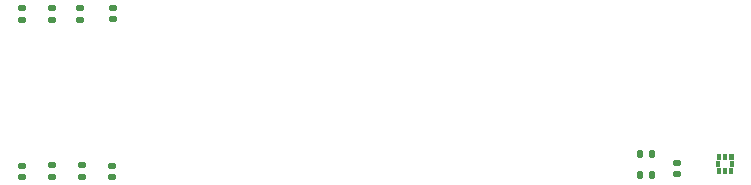
<source format=gbr>
%TF.GenerationSoftware,KiCad,Pcbnew,8.0.1*%
%TF.CreationDate,2024-06-02T23:47:43+02:00*%
%TF.ProjectId,Shawn_PCB_Business_card,53686177-6e5f-4504-9342-5f427573696e,rev?*%
%TF.SameCoordinates,Original*%
%TF.FileFunction,Paste,Top*%
%TF.FilePolarity,Positive*%
%FSLAX46Y46*%
G04 Gerber Fmt 4.6, Leading zero omitted, Abs format (unit mm)*
G04 Created by KiCad (PCBNEW 8.0.1) date 2024-06-02 23:47:43*
%MOMM*%
%LPD*%
G01*
G04 APERTURE LIST*
G04 Aperture macros list*
%AMRoundRect*
0 Rectangle with rounded corners*
0 $1 Rounding radius*
0 $2 $3 $4 $5 $6 $7 $8 $9 X,Y pos of 4 corners*
0 Add a 4 corners polygon primitive as box body*
4,1,4,$2,$3,$4,$5,$6,$7,$8,$9,$2,$3,0*
0 Add four circle primitives for the rounded corners*
1,1,$1+$1,$2,$3*
1,1,$1+$1,$4,$5*
1,1,$1+$1,$6,$7*
1,1,$1+$1,$8,$9*
0 Add four rect primitives between the rounded corners*
20,1,$1+$1,$2,$3,$4,$5,0*
20,1,$1+$1,$4,$5,$6,$7,0*
20,1,$1+$1,$6,$7,$8,$9,0*
20,1,$1+$1,$8,$9,$2,$3,0*%
G04 Aperture macros list end*
%ADD10C,0.010000*%
%ADD11RoundRect,0.147500X-0.172500X0.147500X-0.172500X-0.147500X0.172500X-0.147500X0.172500X0.147500X0*%
%ADD12RoundRect,0.147500X0.172500X-0.147500X0.172500X0.147500X-0.172500X0.147500X-0.172500X-0.147500X0*%
%ADD13RoundRect,0.135000X0.185000X-0.135000X0.185000X0.135000X-0.185000X0.135000X-0.185000X-0.135000X0*%
%ADD14RoundRect,0.140000X0.170000X-0.140000X0.170000X0.140000X-0.170000X0.140000X-0.170000X-0.140000X0*%
%ADD15RoundRect,0.135000X-0.185000X0.135000X-0.185000X-0.135000X0.185000X-0.135000X0.185000X0.135000X0*%
%ADD16RoundRect,0.135000X-0.135000X-0.185000X0.135000X-0.185000X0.135000X0.185000X-0.135000X0.185000X0*%
%ADD17RoundRect,0.135000X0.135000X0.185000X-0.135000X0.185000X-0.135000X-0.185000X0.135000X-0.185000X0*%
G04 APERTURE END LIST*
D10*
%TO.C,U1*%
X176344800Y-94213355D02*
X176124800Y-94213355D01*
X176124800Y-93813355D01*
X176344800Y-93813355D01*
X176344800Y-94213355D01*
G36*
X176344800Y-94213355D02*
G01*
X176124800Y-94213355D01*
X176124800Y-93813355D01*
X176344800Y-93813355D01*
X176344800Y-94213355D01*
G37*
X176444800Y-93613355D02*
X176224800Y-93613355D01*
X176224800Y-93213355D01*
X176444800Y-93213355D01*
X176444800Y-93613355D01*
G36*
X176444800Y-93613355D02*
G01*
X176224800Y-93613355D01*
X176224800Y-93213355D01*
X176444800Y-93213355D01*
X176444800Y-93613355D01*
G37*
X176444800Y-94813355D02*
X176224800Y-94813355D01*
X176224800Y-94413355D01*
X176444800Y-94413355D01*
X176444800Y-94813355D01*
G36*
X176444800Y-94813355D02*
G01*
X176224800Y-94813355D01*
X176224800Y-94413355D01*
X176444800Y-94413355D01*
X176444800Y-94813355D01*
G37*
X176944800Y-93613355D02*
X176724800Y-93613355D01*
X176724800Y-93213355D01*
X176944800Y-93213355D01*
X176944800Y-93613355D01*
G36*
X176944800Y-93613355D02*
G01*
X176724800Y-93613355D01*
X176724800Y-93213355D01*
X176944800Y-93213355D01*
X176944800Y-93613355D01*
G37*
X176944800Y-94813355D02*
X176724800Y-94813355D01*
X176724800Y-94413355D01*
X176944800Y-94413355D01*
X176944800Y-94813355D01*
G36*
X176944800Y-94813355D02*
G01*
X176724800Y-94813355D01*
X176724800Y-94413355D01*
X176944800Y-94413355D01*
X176944800Y-94813355D01*
G37*
X177444800Y-94813355D02*
X177224800Y-94813355D01*
X177224800Y-94413355D01*
X177444800Y-94413355D01*
X177444800Y-94813355D01*
G36*
X177444800Y-94813355D02*
G01*
X177224800Y-94813355D01*
X177224800Y-94413355D01*
X177444800Y-94413355D01*
X177444800Y-94813355D01*
G37*
X177544800Y-93613355D02*
X177224800Y-93613355D01*
X177224800Y-93213355D01*
X177544800Y-93213355D01*
X177544800Y-93613355D01*
G36*
X177544800Y-93613355D02*
G01*
X177224800Y-93613355D01*
X177224800Y-93213355D01*
X177544800Y-93213355D01*
X177544800Y-93613355D01*
G37*
X177544800Y-94213355D02*
X177324800Y-94213355D01*
X177324800Y-93813355D01*
X177544800Y-93813355D01*
X177544800Y-94213355D01*
G36*
X177544800Y-94213355D02*
G01*
X177324800Y-94213355D01*
X177324800Y-93813355D01*
X177544800Y-93813355D01*
X177544800Y-94213355D01*
G37*
%TD*%
D11*
%TO.C,D1*%
X124993400Y-94206200D03*
X124993400Y-95176200D03*
%TD*%
D12*
%TO.C,D4*%
X125018800Y-81818200D03*
X125018800Y-80848200D03*
%TD*%
D13*
%TO.C,R5*%
X119862600Y-81862200D03*
X119862600Y-80842200D03*
%TD*%
D14*
%TO.C,C1*%
X172770800Y-94917200D03*
X172770800Y-93957200D03*
%TD*%
D15*
%TO.C,R3*%
X122453400Y-94181200D03*
X122453400Y-95201200D03*
%TD*%
%TO.C,R4*%
X119913400Y-94181200D03*
X119913400Y-95201200D03*
%TD*%
D16*
%TO.C,R2*%
X169642600Y-93218000D03*
X170662600Y-93218000D03*
%TD*%
D11*
%TO.C,D2*%
X117348000Y-94206200D03*
X117348000Y-95176200D03*
%TD*%
D13*
%TO.C,R6*%
X122301000Y-81838800D03*
X122301000Y-80818800D03*
%TD*%
D12*
%TO.C,D3*%
X117322601Y-81848701D03*
X117322601Y-80878701D03*
%TD*%
D17*
%TO.C,R1*%
X170664600Y-94996000D03*
X169644600Y-94996000D03*
%TD*%
M02*

</source>
